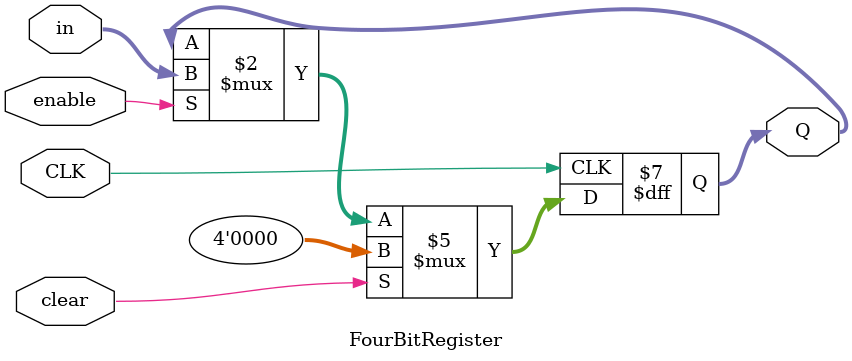
<source format=v>
module FourBitRegister (
 input [3:0] in,
 input enable,
 input clear,
 input CLK,
 output reg [3:0] Q
);

wire [3:0] out;

/*FlipFlop first(.D(in[0] & enable), .CLK(CLK), .Q(out[0]));
FlipFlop second(.D(in[1] & enable), .CLK(CLK), .Q(out[1]));
FlipFlop third(.D(in[2] & enable), .CLK(CLK), .Q(out[2]));
FlipFlop fourth(.D(in[3] & enable), .CLK(CLK), .Q(out[3]));*/

always @(posedge CLK) begin
 if (clear)
  Q <= 4'b0;
 else if (enable)
  Q <= in;
end
endmodule
</source>
